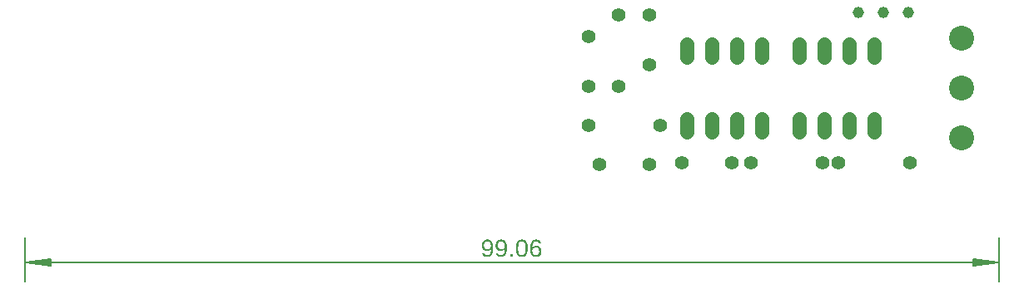
<source format=gbr>
G04 EAGLE Gerber RS-274X export*
G75*
%MOMM*%
%FSLAX34Y34*%
%LPD*%
%INTop Copper*%
%IPPOS*%
%AMOC8*
5,1,8,0,0,1.08239X$1,22.5*%
G01*
G04 Define Apertures*
%ADD10C,0.130000*%
%ADD11C,1.158000*%
%ADD12C,1.422400*%
%ADD13C,2.540000*%
%ADD14C,1.400000*%
G36*
X505619Y-70691D02*
X505975Y-70665D01*
X506319Y-70620D01*
X506652Y-70558D01*
X506973Y-70478D01*
X507284Y-70380D01*
X507582Y-70264D01*
X507870Y-70130D01*
X508146Y-69978D01*
X508411Y-69809D01*
X508664Y-69622D01*
X508906Y-69417D01*
X509137Y-69194D01*
X509356Y-68953D01*
X509564Y-68695D01*
X509761Y-68419D01*
X509946Y-68125D01*
X510119Y-67816D01*
X510280Y-67491D01*
X510429Y-67150D01*
X510566Y-66792D01*
X510692Y-66419D01*
X510805Y-66030D01*
X510906Y-65624D01*
X510996Y-65203D01*
X511073Y-64766D01*
X511139Y-64313D01*
X511193Y-63843D01*
X511234Y-63358D01*
X511264Y-62857D01*
X511282Y-62339D01*
X511288Y-61806D01*
X511265Y-60739D01*
X511197Y-59739D01*
X511146Y-59264D01*
X511084Y-58807D01*
X511010Y-58366D01*
X510925Y-57942D01*
X510828Y-57534D01*
X510720Y-57144D01*
X510601Y-56771D01*
X510470Y-56414D01*
X510328Y-56075D01*
X510175Y-55752D01*
X510010Y-55446D01*
X509834Y-55157D01*
X509646Y-54885D01*
X509446Y-54631D01*
X509233Y-54394D01*
X509007Y-54175D01*
X508769Y-53973D01*
X508519Y-53789D01*
X508256Y-53622D01*
X507980Y-53473D01*
X507692Y-53341D01*
X507392Y-53227D01*
X507079Y-53131D01*
X506753Y-53052D01*
X506415Y-52991D01*
X506065Y-52947D01*
X505701Y-52920D01*
X505326Y-52912D01*
X504940Y-52920D01*
X504567Y-52946D01*
X504207Y-52990D01*
X503861Y-53050D01*
X503528Y-53129D01*
X503208Y-53224D01*
X502901Y-53337D01*
X502607Y-53467D01*
X502326Y-53614D01*
X502059Y-53779D01*
X501805Y-53961D01*
X501564Y-54161D01*
X501336Y-54378D01*
X501121Y-54612D01*
X500920Y-54863D01*
X500731Y-55132D01*
X500555Y-55419D01*
X500391Y-55722D01*
X500237Y-56043D01*
X500095Y-56382D01*
X499965Y-56738D01*
X499846Y-57112D01*
X499738Y-57503D01*
X499641Y-57911D01*
X499556Y-58337D01*
X499482Y-58780D01*
X499420Y-59241D01*
X499369Y-59719D01*
X499329Y-60215D01*
X499300Y-60728D01*
X499278Y-61806D01*
X499284Y-62342D01*
X499301Y-62862D01*
X499330Y-63366D01*
X499371Y-63853D01*
X499424Y-64324D01*
X499488Y-64779D01*
X499564Y-65218D01*
X499652Y-65640D01*
X499751Y-66046D01*
X499862Y-66435D01*
X499985Y-66809D01*
X500120Y-67166D01*
X500266Y-67506D01*
X500424Y-67831D01*
X500593Y-68139D01*
X500774Y-68431D01*
X500967Y-68706D01*
X501172Y-68963D01*
X501388Y-69202D01*
X501616Y-69424D01*
X501855Y-69628D01*
X502106Y-69814D01*
X502368Y-69982D01*
X502642Y-70133D01*
X502928Y-70266D01*
X503225Y-70381D01*
X503534Y-70479D01*
X503854Y-70559D01*
X504187Y-70621D01*
X504530Y-70665D01*
X504885Y-70691D01*
X505252Y-70700D01*
X505619Y-70691D01*
G37*
%LPC*%
G36*
X505036Y-68890D02*
X504803Y-68870D01*
X504578Y-68837D01*
X504362Y-68790D01*
X504154Y-68730D01*
X503954Y-68657D01*
X503579Y-68471D01*
X503238Y-68231D01*
X502929Y-67938D01*
X502654Y-67591D01*
X502412Y-67192D01*
X502201Y-66735D01*
X502018Y-66216D01*
X501863Y-65635D01*
X501736Y-64993D01*
X501637Y-64289D01*
X501567Y-63523D01*
X501525Y-62695D01*
X501510Y-61806D01*
X501524Y-60892D01*
X501566Y-60044D01*
X501636Y-59263D01*
X501733Y-58549D01*
X501858Y-57901D01*
X502011Y-57321D01*
X502191Y-56806D01*
X502400Y-56359D01*
X502640Y-55971D01*
X502916Y-55634D01*
X503228Y-55350D01*
X503576Y-55117D01*
X503960Y-54936D01*
X504165Y-54865D01*
X504379Y-54806D01*
X504602Y-54761D01*
X504835Y-54729D01*
X505076Y-54709D01*
X505326Y-54703D01*
X505570Y-54709D01*
X505805Y-54729D01*
X506032Y-54762D01*
X506249Y-54808D01*
X506458Y-54867D01*
X506659Y-54939D01*
X507033Y-55123D01*
X507372Y-55359D01*
X507676Y-55648D01*
X507944Y-55990D01*
X508178Y-56384D01*
X508381Y-56836D01*
X508557Y-57353D01*
X508705Y-57934D01*
X508827Y-58580D01*
X508921Y-59290D01*
X508989Y-60064D01*
X509030Y-60903D01*
X509043Y-61806D01*
X509029Y-62679D01*
X508986Y-63493D01*
X508915Y-64249D01*
X508816Y-64947D01*
X508688Y-65586D01*
X508532Y-66167D01*
X508348Y-66690D01*
X508135Y-67155D01*
X507892Y-67563D01*
X507616Y-67917D01*
X507308Y-68216D01*
X506967Y-68461D01*
X506784Y-68564D01*
X506593Y-68652D01*
X506394Y-68727D01*
X506187Y-68788D01*
X505972Y-68836D01*
X505748Y-68870D01*
X505517Y-68890D01*
X505277Y-68897D01*
X505036Y-68890D01*
G37*
%LPD*%
G36*
X470287Y-70691D02*
X470646Y-70663D01*
X470995Y-70616D01*
X471333Y-70551D01*
X471660Y-70467D01*
X471977Y-70364D01*
X472282Y-70242D01*
X472577Y-70102D01*
X472861Y-69943D01*
X473135Y-69766D01*
X473397Y-69570D01*
X473649Y-69355D01*
X473890Y-69121D01*
X474120Y-68869D01*
X474339Y-68598D01*
X474548Y-68308D01*
X474745Y-68001D01*
X474929Y-67678D01*
X475100Y-67339D01*
X475259Y-66983D01*
X475405Y-66612D01*
X475538Y-66224D01*
X475659Y-65820D01*
X475767Y-65401D01*
X475862Y-64965D01*
X475945Y-64513D01*
X476015Y-64045D01*
X476072Y-63560D01*
X476116Y-63060D01*
X476148Y-62544D01*
X476167Y-62011D01*
X476173Y-61463D01*
X476150Y-60426D01*
X476121Y-59932D01*
X476081Y-59456D01*
X476028Y-58996D01*
X475965Y-58553D01*
X475889Y-58127D01*
X475802Y-57718D01*
X475704Y-57325D01*
X475593Y-56949D01*
X475472Y-56590D01*
X475338Y-56248D01*
X475193Y-55922D01*
X475037Y-55614D01*
X474869Y-55322D01*
X474689Y-55046D01*
X474498Y-54788D01*
X474296Y-54546D01*
X474083Y-54321D01*
X473859Y-54112D01*
X473625Y-53921D01*
X473379Y-53746D01*
X473122Y-53587D01*
X472855Y-53445D01*
X472576Y-53320D01*
X472287Y-53212D01*
X471987Y-53120D01*
X471676Y-53045D01*
X471353Y-52987D01*
X471020Y-52945D01*
X470676Y-52920D01*
X470321Y-52912D01*
X469987Y-52918D01*
X469662Y-52936D01*
X469347Y-52966D01*
X469040Y-53009D01*
X468455Y-53130D01*
X467908Y-53300D01*
X467397Y-53518D01*
X466924Y-53785D01*
X466488Y-54100D01*
X466089Y-54464D01*
X465732Y-54870D01*
X465423Y-55312D01*
X465162Y-55791D01*
X464948Y-56305D01*
X464782Y-56856D01*
X464663Y-57444D01*
X464592Y-58067D01*
X464574Y-58392D01*
X464568Y-58727D01*
X464590Y-59370D01*
X464655Y-59980D01*
X464764Y-60558D01*
X464917Y-61104D01*
X465114Y-61616D01*
X465354Y-62097D01*
X465639Y-62544D01*
X465966Y-62959D01*
X466331Y-63333D01*
X466724Y-63657D01*
X467146Y-63931D01*
X467598Y-64155D01*
X468079Y-64330D01*
X468589Y-64454D01*
X468854Y-64498D01*
X469128Y-64529D01*
X469408Y-64548D01*
X469696Y-64554D01*
X470048Y-64544D01*
X470393Y-64512D01*
X470730Y-64460D01*
X471061Y-64387D01*
X471384Y-64293D01*
X471699Y-64178D01*
X472008Y-64042D01*
X472309Y-63885D01*
X472595Y-63712D01*
X472860Y-63524D01*
X473103Y-63323D01*
X473324Y-63108D01*
X473523Y-62880D01*
X473701Y-62638D01*
X473856Y-62382D01*
X473990Y-62113D01*
X473962Y-62908D01*
X473903Y-63656D01*
X473813Y-64357D01*
X473692Y-65011D01*
X473540Y-65618D01*
X473357Y-66177D01*
X473143Y-66690D01*
X472898Y-67155D01*
X472624Y-67569D01*
X472323Y-67928D01*
X471995Y-68231D01*
X471640Y-68480D01*
X471259Y-68673D01*
X471058Y-68749D01*
X470851Y-68811D01*
X470636Y-68859D01*
X470415Y-68894D01*
X470188Y-68915D01*
X469953Y-68922D01*
X469677Y-68913D01*
X469414Y-68888D01*
X469163Y-68846D01*
X468924Y-68787D01*
X468698Y-68711D01*
X468485Y-68618D01*
X468284Y-68508D01*
X468095Y-68382D01*
X467919Y-68238D01*
X467755Y-68078D01*
X467603Y-67901D01*
X467465Y-67707D01*
X467338Y-67496D01*
X467224Y-67268D01*
X467123Y-67024D01*
X467034Y-66762D01*
X464924Y-67094D01*
X465066Y-67553D01*
X465231Y-67979D01*
X465417Y-68372D01*
X465624Y-68733D01*
X465854Y-69061D01*
X466105Y-69356D01*
X466377Y-69618D01*
X466672Y-69848D01*
X466989Y-70048D01*
X467332Y-70221D01*
X467700Y-70367D01*
X468093Y-70487D01*
X468511Y-70580D01*
X468955Y-70647D01*
X469423Y-70687D01*
X469917Y-70700D01*
X470287Y-70691D01*
G37*
%LPC*%
G36*
X469841Y-62795D02*
X469479Y-62743D01*
X469137Y-62658D01*
X468816Y-62538D01*
X468514Y-62383D01*
X468234Y-62194D01*
X467973Y-61971D01*
X467733Y-61714D01*
X467517Y-61427D01*
X467330Y-61116D01*
X467172Y-60779D01*
X467043Y-60418D01*
X466942Y-60032D01*
X466870Y-59622D01*
X466827Y-59187D01*
X466813Y-58727D01*
X466827Y-58276D01*
X466870Y-57848D01*
X466942Y-57445D01*
X467043Y-57066D01*
X467172Y-56711D01*
X467330Y-56379D01*
X467517Y-56072D01*
X467733Y-55789D01*
X467973Y-55534D01*
X468235Y-55314D01*
X468518Y-55127D01*
X468822Y-54974D01*
X469147Y-54856D01*
X469493Y-54771D01*
X469860Y-54720D01*
X470248Y-54703D01*
X470639Y-54723D01*
X471011Y-54782D01*
X471362Y-54881D01*
X471692Y-55020D01*
X472003Y-55199D01*
X472293Y-55417D01*
X472562Y-55675D01*
X472812Y-55973D01*
X473036Y-56303D01*
X473231Y-56658D01*
X473395Y-57040D01*
X473530Y-57446D01*
X473634Y-57878D01*
X473709Y-58336D01*
X473754Y-58819D01*
X473769Y-59328D01*
X473761Y-59579D01*
X473739Y-59823D01*
X473702Y-60061D01*
X473651Y-60291D01*
X473584Y-60514D01*
X473503Y-60731D01*
X473407Y-60941D01*
X473296Y-61144D01*
X473038Y-61520D01*
X472737Y-61851D01*
X472391Y-62136D01*
X472002Y-62377D01*
X471583Y-62567D01*
X471146Y-62703D01*
X470922Y-62751D01*
X470693Y-62785D01*
X470460Y-62805D01*
X470223Y-62812D01*
X469841Y-62795D01*
G37*
%LPD*%
G36*
X484256Y-70691D02*
X484615Y-70663D01*
X484964Y-70616D01*
X485302Y-70551D01*
X485629Y-70467D01*
X485946Y-70364D01*
X486251Y-70242D01*
X486546Y-70102D01*
X486830Y-69943D01*
X487103Y-69766D01*
X487366Y-69570D01*
X487618Y-69355D01*
X487858Y-69121D01*
X488089Y-68869D01*
X488308Y-68598D01*
X488517Y-68308D01*
X488713Y-68001D01*
X488898Y-67678D01*
X489069Y-67339D01*
X489228Y-66983D01*
X489374Y-66612D01*
X489507Y-66224D01*
X489628Y-65820D01*
X489736Y-65401D01*
X489831Y-64965D01*
X489913Y-64513D01*
X489983Y-64045D01*
X490040Y-63560D01*
X490085Y-63060D01*
X490117Y-62544D01*
X490136Y-62011D01*
X490142Y-61463D01*
X490119Y-60426D01*
X490090Y-59932D01*
X490049Y-59456D01*
X489997Y-58996D01*
X489933Y-58553D01*
X489858Y-58127D01*
X489771Y-57718D01*
X489672Y-57325D01*
X489562Y-56949D01*
X489440Y-56590D01*
X489307Y-56248D01*
X489162Y-55922D01*
X489006Y-55614D01*
X488837Y-55322D01*
X488658Y-55046D01*
X488467Y-54788D01*
X488265Y-54546D01*
X488052Y-54321D01*
X487828Y-54112D01*
X487593Y-53921D01*
X487348Y-53746D01*
X487091Y-53587D01*
X486824Y-53445D01*
X486545Y-53320D01*
X486256Y-53212D01*
X485956Y-53120D01*
X485644Y-53045D01*
X485322Y-52987D01*
X484989Y-52945D01*
X484645Y-52920D01*
X484290Y-52912D01*
X483956Y-52918D01*
X483631Y-52936D01*
X483315Y-52966D01*
X483009Y-53009D01*
X482424Y-53130D01*
X481876Y-53300D01*
X481366Y-53518D01*
X480893Y-53785D01*
X480457Y-54100D01*
X480058Y-54464D01*
X479701Y-54870D01*
X479392Y-55312D01*
X479131Y-55791D01*
X478917Y-56305D01*
X478750Y-56856D01*
X478632Y-57444D01*
X478560Y-58067D01*
X478542Y-58392D01*
X478536Y-58727D01*
X478558Y-59370D01*
X478624Y-59980D01*
X478733Y-60558D01*
X478886Y-61104D01*
X479083Y-61616D01*
X479323Y-62097D01*
X479607Y-62544D01*
X479935Y-62959D01*
X480299Y-63333D01*
X480693Y-63657D01*
X481115Y-63931D01*
X481567Y-64155D01*
X482047Y-64330D01*
X482557Y-64454D01*
X482823Y-64498D01*
X483096Y-64529D01*
X483377Y-64548D01*
X483665Y-64554D01*
X484017Y-64544D01*
X484362Y-64512D01*
X484699Y-64460D01*
X485029Y-64387D01*
X485352Y-64293D01*
X485668Y-64178D01*
X485976Y-64042D01*
X486278Y-63885D01*
X486564Y-63712D01*
X486829Y-63524D01*
X487072Y-63323D01*
X487293Y-63108D01*
X487492Y-62880D01*
X487669Y-62638D01*
X487825Y-62382D01*
X487958Y-62113D01*
X487931Y-62908D01*
X487872Y-63656D01*
X487782Y-64357D01*
X487661Y-65011D01*
X487509Y-65618D01*
X487326Y-66177D01*
X487112Y-66690D01*
X486867Y-67155D01*
X486592Y-67569D01*
X486291Y-67928D01*
X485964Y-68231D01*
X485609Y-68480D01*
X485228Y-68673D01*
X485027Y-68749D01*
X484819Y-68811D01*
X484605Y-68859D01*
X484384Y-68894D01*
X484157Y-68915D01*
X483922Y-68922D01*
X483646Y-68913D01*
X483383Y-68888D01*
X483132Y-68846D01*
X482893Y-68787D01*
X482667Y-68711D01*
X482453Y-68618D01*
X482252Y-68508D01*
X482064Y-68382D01*
X481887Y-68238D01*
X481723Y-68078D01*
X481572Y-67901D01*
X481433Y-67707D01*
X481307Y-67496D01*
X481193Y-67268D01*
X481091Y-67024D01*
X481002Y-66762D01*
X478892Y-67094D01*
X479035Y-67553D01*
X479199Y-67979D01*
X479385Y-68372D01*
X479593Y-68733D01*
X479822Y-69061D01*
X480073Y-69356D01*
X480346Y-69618D01*
X480640Y-69848D01*
X480958Y-70048D01*
X481301Y-70221D01*
X481669Y-70367D01*
X482062Y-70487D01*
X482480Y-70580D01*
X482923Y-70647D01*
X483392Y-70687D01*
X483885Y-70700D01*
X484256Y-70691D01*
G37*
%LPC*%
G36*
X483810Y-62795D02*
X483448Y-62743D01*
X483106Y-62658D01*
X482784Y-62538D01*
X482483Y-62383D01*
X482202Y-62194D01*
X481942Y-61971D01*
X481702Y-61714D01*
X481486Y-61427D01*
X481299Y-61116D01*
X481141Y-60779D01*
X481012Y-60418D01*
X480911Y-60032D01*
X480839Y-59622D01*
X480796Y-59187D01*
X480782Y-58727D01*
X480796Y-58276D01*
X480839Y-57848D01*
X480911Y-57445D01*
X481012Y-57066D01*
X481141Y-56711D01*
X481299Y-56379D01*
X481486Y-56072D01*
X481702Y-55789D01*
X481942Y-55534D01*
X482204Y-55314D01*
X482487Y-55127D01*
X482790Y-54974D01*
X483115Y-54856D01*
X483461Y-54771D01*
X483828Y-54720D01*
X484217Y-54703D01*
X484608Y-54723D01*
X484980Y-54782D01*
X485331Y-54881D01*
X485661Y-55020D01*
X485972Y-55199D01*
X486262Y-55417D01*
X486531Y-55675D01*
X486781Y-55973D01*
X487005Y-56303D01*
X487199Y-56658D01*
X487364Y-57040D01*
X487498Y-57446D01*
X487603Y-57878D01*
X487678Y-58336D01*
X487723Y-58819D01*
X487738Y-59328D01*
X487730Y-59579D01*
X487708Y-59823D01*
X487671Y-60061D01*
X487619Y-60291D01*
X487553Y-60514D01*
X487472Y-60731D01*
X487376Y-60941D01*
X487265Y-61144D01*
X487007Y-61520D01*
X486705Y-61851D01*
X486360Y-62136D01*
X485971Y-62377D01*
X485552Y-62567D01*
X485115Y-62703D01*
X484891Y-62751D01*
X484662Y-62785D01*
X484429Y-62805D01*
X484192Y-62812D01*
X483810Y-62795D01*
G37*
%LPD*%
G36*
X519874Y-70694D02*
X520188Y-70676D01*
X520492Y-70645D01*
X520788Y-70601D01*
X521075Y-70546D01*
X521353Y-70478D01*
X521883Y-70305D01*
X522378Y-70082D01*
X522837Y-69810D01*
X523261Y-69489D01*
X523650Y-69118D01*
X523998Y-68704D01*
X524299Y-68254D01*
X524554Y-67769D01*
X524763Y-67247D01*
X524925Y-66689D01*
X525041Y-66095D01*
X525111Y-65465D01*
X525134Y-64799D01*
X525112Y-64184D01*
X525046Y-63600D01*
X524937Y-63049D01*
X524783Y-62530D01*
X524585Y-62043D01*
X524344Y-61588D01*
X524059Y-61166D01*
X523730Y-60776D01*
X523363Y-60425D01*
X522965Y-60121D01*
X522537Y-59863D01*
X522078Y-59653D01*
X521588Y-59489D01*
X521067Y-59372D01*
X520515Y-59302D01*
X519933Y-59279D01*
X519585Y-59288D01*
X519247Y-59315D01*
X518919Y-59361D01*
X518601Y-59425D01*
X518294Y-59506D01*
X517996Y-59607D01*
X517708Y-59725D01*
X517430Y-59862D01*
X517165Y-60016D01*
X516915Y-60186D01*
X516680Y-60374D01*
X516461Y-60578D01*
X516257Y-60798D01*
X516068Y-61036D01*
X515895Y-61290D01*
X515737Y-61561D01*
X515753Y-60751D01*
X515802Y-59991D01*
X515883Y-59280D01*
X515996Y-58618D01*
X516142Y-58005D01*
X516320Y-57442D01*
X516531Y-56928D01*
X516774Y-56463D01*
X517046Y-56051D01*
X517345Y-55693D01*
X517671Y-55391D01*
X518023Y-55143D01*
X518402Y-54950D01*
X518602Y-54875D01*
X518808Y-54813D01*
X519021Y-54765D01*
X519240Y-54730D01*
X519467Y-54710D01*
X519699Y-54703D01*
X519968Y-54711D01*
X520224Y-54736D01*
X520469Y-54777D01*
X520701Y-54835D01*
X520921Y-54909D01*
X521129Y-55000D01*
X521325Y-55107D01*
X521509Y-55230D01*
X521681Y-55370D01*
X521841Y-55527D01*
X521988Y-55700D01*
X522124Y-55890D01*
X522247Y-56096D01*
X522359Y-56318D01*
X522458Y-56557D01*
X522546Y-56813D01*
X524656Y-56433D01*
X524517Y-56006D01*
X524356Y-55607D01*
X524172Y-55236D01*
X523966Y-54892D01*
X523737Y-54576D01*
X523485Y-54287D01*
X523211Y-54026D01*
X522914Y-53792D01*
X522594Y-53586D01*
X522252Y-53407D01*
X521887Y-53256D01*
X521500Y-53132D01*
X521090Y-53035D01*
X520657Y-52967D01*
X520202Y-52925D01*
X519724Y-52912D01*
X519358Y-52921D01*
X519003Y-52949D01*
X518659Y-52996D01*
X518325Y-53062D01*
X518001Y-53147D01*
X517689Y-53250D01*
X517387Y-53372D01*
X517096Y-53513D01*
X516815Y-53673D01*
X516545Y-53851D01*
X516285Y-54048D01*
X516037Y-54264D01*
X515799Y-54499D01*
X515571Y-54753D01*
X515354Y-55025D01*
X515148Y-55316D01*
X514953Y-55625D01*
X514771Y-55950D01*
X514602Y-56291D01*
X514445Y-56649D01*
X514300Y-57023D01*
X514169Y-57413D01*
X514049Y-57819D01*
X513943Y-58242D01*
X513848Y-58681D01*
X513767Y-59137D01*
X513698Y-59608D01*
X513641Y-60096D01*
X513597Y-60600D01*
X513566Y-61121D01*
X513547Y-61658D01*
X513541Y-62211D01*
X513547Y-62722D01*
X513565Y-63217D01*
X513595Y-63696D01*
X513637Y-64161D01*
X513692Y-64610D01*
X513758Y-65043D01*
X513837Y-65461D01*
X513927Y-65864D01*
X514030Y-66251D01*
X514145Y-66623D01*
X514271Y-66979D01*
X514410Y-67320D01*
X514561Y-67645D01*
X514724Y-67955D01*
X514899Y-68250D01*
X515087Y-68529D01*
X515285Y-68792D01*
X515495Y-69038D01*
X515715Y-69267D01*
X515945Y-69479D01*
X516187Y-69674D01*
X516439Y-69852D01*
X516702Y-70013D01*
X516976Y-70158D01*
X517260Y-70285D01*
X517556Y-70395D01*
X517862Y-70488D01*
X518178Y-70565D01*
X518506Y-70624D01*
X518844Y-70666D01*
X519193Y-70692D01*
X519552Y-70700D01*
X519874Y-70694D01*
G37*
%LPC*%
G36*
X519101Y-68902D02*
X518741Y-68842D01*
X518398Y-68742D01*
X518072Y-68603D01*
X517764Y-68423D01*
X517474Y-68204D01*
X517201Y-67945D01*
X516945Y-67646D01*
X516714Y-67315D01*
X516513Y-66962D01*
X516343Y-66587D01*
X516205Y-66189D01*
X516097Y-65768D01*
X516019Y-65325D01*
X515973Y-64859D01*
X515958Y-64370D01*
X515973Y-63985D01*
X516017Y-63621D01*
X516091Y-63279D01*
X516195Y-62958D01*
X516329Y-62658D01*
X516492Y-62379D01*
X516686Y-62122D01*
X516908Y-61886D01*
X517155Y-61674D01*
X517421Y-61491D01*
X517705Y-61336D01*
X518008Y-61210D01*
X518329Y-61111D01*
X518669Y-61040D01*
X519028Y-60998D01*
X519405Y-60984D01*
X519805Y-61000D01*
X520182Y-61048D01*
X520536Y-61127D01*
X520868Y-61239D01*
X521177Y-61382D01*
X521464Y-61557D01*
X521728Y-61764D01*
X521969Y-62002D01*
X522185Y-62270D01*
X522372Y-62565D01*
X522530Y-62887D01*
X522659Y-63235D01*
X522760Y-63611D01*
X522832Y-64013D01*
X522875Y-64442D01*
X522889Y-64898D01*
X522875Y-65354D01*
X522832Y-65786D01*
X522761Y-66192D01*
X522662Y-66574D01*
X522535Y-66930D01*
X522378Y-67261D01*
X522194Y-67567D01*
X521981Y-67848D01*
X521744Y-68100D01*
X521484Y-68318D01*
X521204Y-68502D01*
X520902Y-68653D01*
X520578Y-68771D01*
X520233Y-68854D01*
X519867Y-68905D01*
X519479Y-68922D01*
X519101Y-68902D01*
G37*
%LPD*%
G36*
X496014Y-67768D02*
X493622Y-67768D01*
X493622Y-70455D01*
X496014Y-70455D01*
X496014Y-67768D01*
G37*
D10*
X0Y-50800D02*
X0Y-95700D01*
X990600Y-95700D02*
X990600Y-50800D01*
X989950Y-76200D02*
X650Y-76200D01*
X26000Y-73008D01*
X26000Y-79392D01*
X650Y-76200D01*
X26000Y-74900D01*
X26000Y-77500D02*
X650Y-76200D01*
X26000Y-73600D01*
X26000Y-78800D02*
X650Y-76200D01*
X964600Y-73008D02*
X989950Y-76200D01*
X964600Y-73008D02*
X964600Y-79392D01*
X989950Y-76200D01*
X964600Y-74900D01*
X964600Y-77500D02*
X989950Y-76200D01*
X964600Y-73600D01*
X964600Y-78800D02*
X989950Y-76200D01*
D11*
X847456Y178564D03*
X898256Y178564D03*
X872856Y178564D03*
D12*
X645800Y63500D03*
X573400Y63500D03*
X603250Y103500D03*
X603250Y175900D03*
X827400Y25400D03*
X899800Y25400D03*
D13*
X952500Y50800D03*
X952500Y101600D03*
X952500Y152400D03*
D14*
X749300Y146700D02*
X749300Y132700D01*
X723900Y132700D02*
X723900Y146700D01*
X698500Y146700D02*
X698500Y132700D01*
X673100Y132700D02*
X673100Y146700D01*
X673100Y70500D02*
X673100Y56500D01*
X698500Y56500D02*
X698500Y70500D01*
X723900Y70500D02*
X723900Y56500D01*
X749300Y56500D02*
X749300Y70500D01*
X863600Y132700D02*
X863600Y146700D01*
X838200Y146700D02*
X838200Y132700D01*
X812800Y132700D02*
X812800Y146700D01*
X787400Y146700D02*
X787400Y132700D01*
X787400Y70500D02*
X787400Y56500D01*
X812800Y56500D02*
X812800Y70500D01*
X838200Y70500D02*
X838200Y56500D01*
X863600Y56500D02*
X863600Y70500D01*
D12*
X738500Y25400D03*
X810900Y25400D03*
X635000Y23876D03*
X584200Y23876D03*
X718424Y25400D03*
X667624Y25400D03*
X635000Y176024D03*
X635000Y125224D03*
X573504Y103604D03*
X573504Y154404D03*
M02*

</source>
